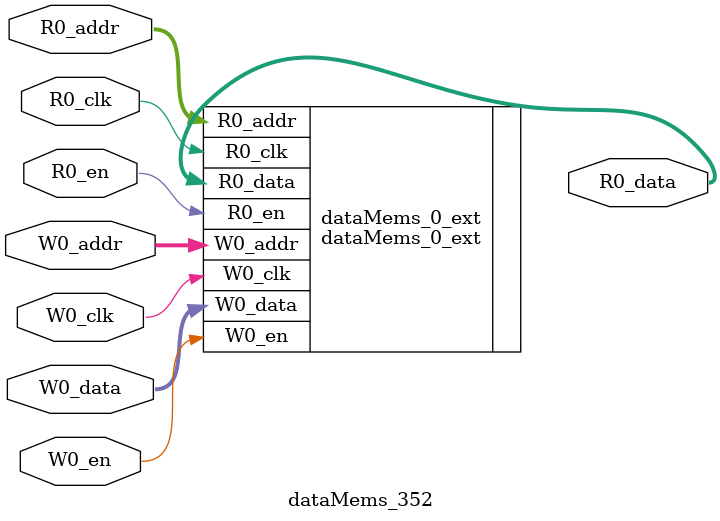
<source format=sv>
`ifndef RANDOMIZE
  `ifdef RANDOMIZE_REG_INIT
    `define RANDOMIZE
  `endif // RANDOMIZE_REG_INIT
`endif // not def RANDOMIZE
`ifndef RANDOMIZE
  `ifdef RANDOMIZE_MEM_INIT
    `define RANDOMIZE
  `endif // RANDOMIZE_MEM_INIT
`endif // not def RANDOMIZE

`ifndef RANDOM
  `define RANDOM $random
`endif // not def RANDOM

// Users can define 'PRINTF_COND' to add an extra gate to prints.
`ifndef PRINTF_COND_
  `ifdef PRINTF_COND
    `define PRINTF_COND_ (`PRINTF_COND)
  `else  // PRINTF_COND
    `define PRINTF_COND_ 1
  `endif // PRINTF_COND
`endif // not def PRINTF_COND_

// Users can define 'ASSERT_VERBOSE_COND' to add an extra gate to assert error printing.
`ifndef ASSERT_VERBOSE_COND_
  `ifdef ASSERT_VERBOSE_COND
    `define ASSERT_VERBOSE_COND_ (`ASSERT_VERBOSE_COND)
  `else  // ASSERT_VERBOSE_COND
    `define ASSERT_VERBOSE_COND_ 1
  `endif // ASSERT_VERBOSE_COND
`endif // not def ASSERT_VERBOSE_COND_

// Users can define 'STOP_COND' to add an extra gate to stop conditions.
`ifndef STOP_COND_
  `ifdef STOP_COND
    `define STOP_COND_ (`STOP_COND)
  `else  // STOP_COND
    `define STOP_COND_ 1
  `endif // STOP_COND
`endif // not def STOP_COND_

// Users can define INIT_RANDOM as general code that gets injected into the
// initializer block for modules with registers.
`ifndef INIT_RANDOM
  `define INIT_RANDOM
`endif // not def INIT_RANDOM

// If using random initialization, you can also define RANDOMIZE_DELAY to
// customize the delay used, otherwise 0.002 is used.
`ifndef RANDOMIZE_DELAY
  `define RANDOMIZE_DELAY 0.002
`endif // not def RANDOMIZE_DELAY

// Define INIT_RANDOM_PROLOG_ for use in our modules below.
`ifndef INIT_RANDOM_PROLOG_
  `ifdef RANDOMIZE
    `ifdef VERILATOR
      `define INIT_RANDOM_PROLOG_ `INIT_RANDOM
    `else  // VERILATOR
      `define INIT_RANDOM_PROLOG_ `INIT_RANDOM #`RANDOMIZE_DELAY begin end
    `endif // VERILATOR
  `else  // RANDOMIZE
    `define INIT_RANDOM_PROLOG_
  `endif // RANDOMIZE
`endif // not def INIT_RANDOM_PROLOG_

// Include register initializers in init blocks unless synthesis is set
`ifndef SYNTHESIS
  `ifndef ENABLE_INITIAL_REG_
    `define ENABLE_INITIAL_REG_
  `endif // not def ENABLE_INITIAL_REG_
`endif // not def SYNTHESIS

// Include rmemory initializers in init blocks unless synthesis is set
`ifndef SYNTHESIS
  `ifndef ENABLE_INITIAL_MEM_
    `define ENABLE_INITIAL_MEM_
  `endif // not def ENABLE_INITIAL_MEM_
`endif // not def SYNTHESIS

module dataMems_352(	// @[generators/ara/src/main/scala/UnsafeAXI4ToTL.scala:365:62]
  input  [4:0]  R0_addr,
  input         R0_en,
  input         R0_clk,
  output [66:0] R0_data,
  input  [4:0]  W0_addr,
  input         W0_en,
  input         W0_clk,
  input  [66:0] W0_data
);

  dataMems_0_ext dataMems_0_ext (	// @[generators/ara/src/main/scala/UnsafeAXI4ToTL.scala:365:62]
    .R0_addr (R0_addr),
    .R0_en   (R0_en),
    .R0_clk  (R0_clk),
    .R0_data (R0_data),
    .W0_addr (W0_addr),
    .W0_en   (W0_en),
    .W0_clk  (W0_clk),
    .W0_data (W0_data)
  );
endmodule


</source>
